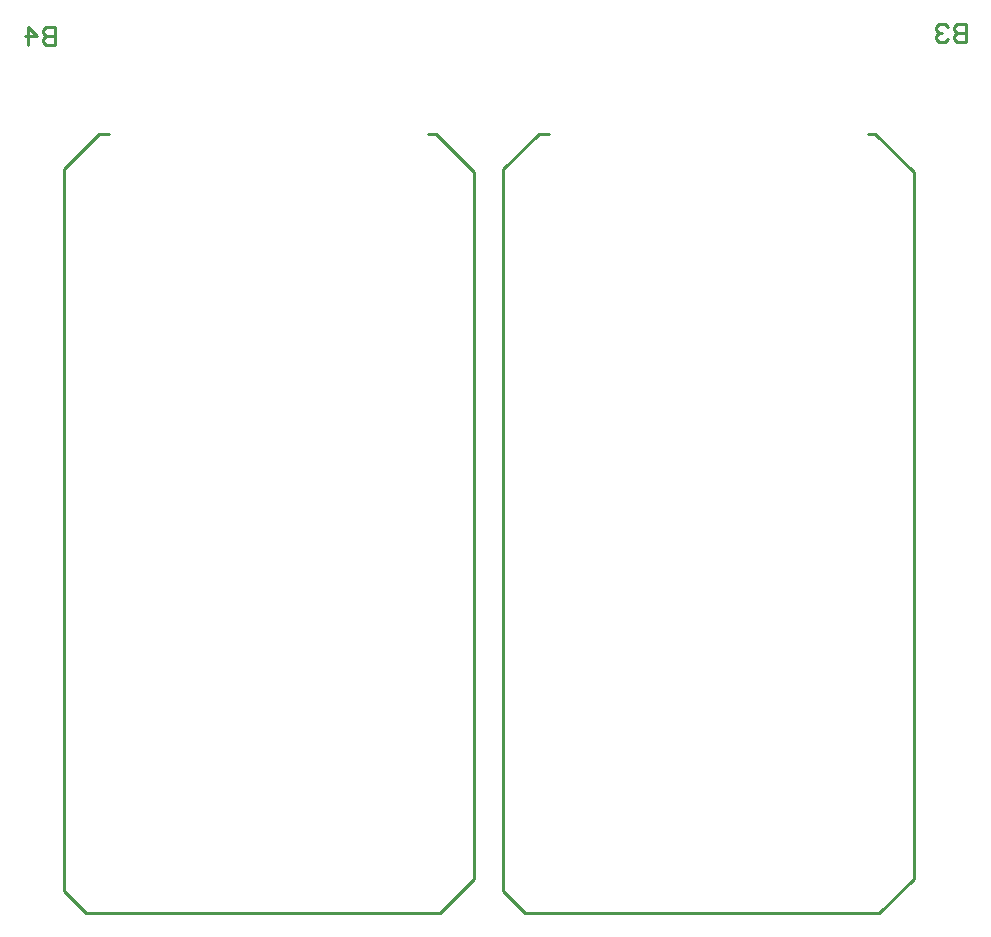
<source format=gbo>
%FSLAX44Y44*%
%MOMM*%
G71*
G01*
G75*
G04 Layer_Color=32896*
%ADD10R,5.0000X1.5000*%
%ADD11R,3.0000X5.0000*%
%ADD12C,0.2540*%
%ADD13C,1.2700*%
%ADD14C,2.5400*%
%ADD15C,6.3500*%
%ADD16C,5.0800*%
%ADD17C,1.5000*%
%ADD18C,1.2700*%
%ADD19C,1.0160*%
%ADD20C,4.1910*%
%ADD21C,4.0160*%
%ADD22C,1.9160*%
G04:AMPARAMS|DCode=23|XSize=2.424mm|YSize=2.424mm|CornerRadius=0mm|HoleSize=0mm|Usage=FLASHONLY|Rotation=0.000|XOffset=0mm|YOffset=0mm|HoleType=Round|Shape=Relief|Width=0.254mm|Gap=0.254mm|Entries=4|*
%AMTHD23*
7,0,0,2.4240,1.9160,0.2540,45*
%
%ADD23THD23*%
G04:AMPARAMS|DCode=24|XSize=2.2352mm|YSize=2.2352mm|CornerRadius=0mm|HoleSize=0mm|Usage=FLASHONLY|Rotation=0.000|XOffset=0mm|YOffset=0mm|HoleType=Round|Shape=Relief|Width=0.254mm|Gap=0.254mm|Entries=4|*
%AMTHD24*
7,0,0,2.2352,1.7272,0.2540,45*
%
%ADD24THD24*%
%ADD25C,1.7272*%
%ADD26R,5.2032X1.7032*%
%ADD27R,3.2032X5.2032*%
%ADD28C,6.5532*%
%ADD29C,5.2832*%
%ADD30C,1.7032*%
%ADD31C,1.4732*%
D12*
X500800Y703280D02*
X509300D01*
X470800Y673280D02*
X500800Y703280D01*
X470800Y62030D02*
Y673280D01*
Y62030D02*
X489550Y43280D01*
X789300D01*
X818300Y72280D01*
Y671030D01*
X786050Y703280D02*
X818300Y671030D01*
X779300Y703280D02*
X786050D01*
X128690D02*
X137190D01*
X98690Y673280D02*
X128690Y703280D01*
X98690Y62030D02*
Y673280D01*
Y62030D02*
X117440Y43280D01*
X417190D01*
X446190Y72280D01*
Y671030D01*
X413940Y703280D02*
X446190Y671030D01*
X407190Y703280D02*
X413940D01*
X91440Y793745D02*
Y778510D01*
X83822D01*
X81283Y781049D01*
Y783588D01*
X83822Y786127D01*
X91440D01*
X83822D01*
X81283Y788667D01*
Y791206D01*
X83822Y793745D01*
X91440D01*
X68587Y778510D02*
Y793745D01*
X76205Y786127D01*
X66048D01*
X862610Y796285D02*
Y781050D01*
X854993D01*
X852453Y783589D01*
Y786128D01*
X854993Y788668D01*
X862610D01*
X854993D01*
X852453Y791207D01*
Y793746D01*
X854993Y796285D01*
X862610D01*
X847375Y793746D02*
X844836Y796285D01*
X839757D01*
X837218Y793746D01*
Y791207D01*
X839757Y788668D01*
X842297D01*
X839757D01*
X837218Y786128D01*
Y783589D01*
X839757Y781050D01*
X844836D01*
X847375Y783589D01*
M02*

</source>
